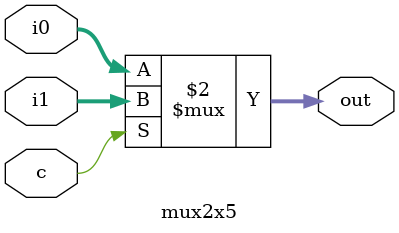
<source format=v>
`timescale 1ns / 1ps
module mux2x5(
input wire [4:0] i0,
input wire [4:0] i1,
input wire c,
output wire [4:0] out
    );
assign out=(c==1)?i1:i0;

endmodule

</source>
